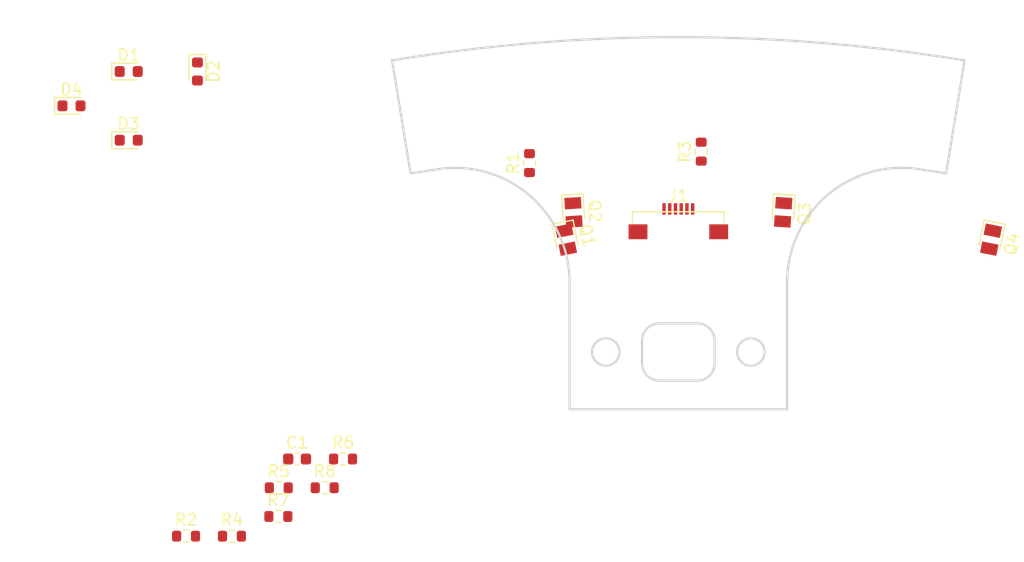
<source format=kicad_pcb>
(kicad_pcb (version 20171130) (host pcbnew "(5.1.10)-1")

  (general
    (thickness 1.6)
    (drawings 20)
    (tracks 0)
    (zones 0)
    (modules 18)
    (nets 11)
  )

  (page A4)
  (layers
    (0 F.Cu signal)
    (31 B.Cu signal)
    (32 B.Adhes user)
    (33 F.Adhes user)
    (34 B.Paste user)
    (35 F.Paste user)
    (36 B.SilkS user)
    (37 F.SilkS user)
    (38 B.Mask user)
    (39 F.Mask user)
    (40 Dwgs.User user)
    (41 Cmts.User user)
    (42 Eco1.User user)
    (43 Eco2.User user)
    (44 Edge.Cuts user)
    (45 Margin user)
    (46 B.CrtYd user)
    (47 F.CrtYd user)
    (48 B.Fab user)
    (49 F.Fab user)
  )

  (setup
    (last_trace_width 0.25)
    (trace_clearance 0.2)
    (zone_clearance 0.508)
    (zone_45_only no)
    (trace_min 0.2)
    (via_size 0.8)
    (via_drill 0.4)
    (via_min_size 0.4)
    (via_min_drill 0.3)
    (uvia_size 0.3)
    (uvia_drill 0.1)
    (uvias_allowed no)
    (uvia_min_size 0.2)
    (uvia_min_drill 0.1)
    (edge_width 0.05)
    (segment_width 0.2)
    (pcb_text_width 0.3)
    (pcb_text_size 1.5 1.5)
    (mod_edge_width 0.12)
    (mod_text_size 1 1)
    (mod_text_width 0.15)
    (pad_size 1.524 1.524)
    (pad_drill 0.762)
    (pad_to_mask_clearance 0)
    (aux_axis_origin 0 0)
    (visible_elements 7FFFFFFF)
    (pcbplotparams
      (layerselection 0x010fc_ffffffff)
      (usegerberextensions false)
      (usegerberattributes true)
      (usegerberadvancedattributes true)
      (creategerberjobfile true)
      (excludeedgelayer true)
      (linewidth 0.100000)
      (plotframeref false)
      (viasonmask false)
      (mode 1)
      (useauxorigin false)
      (hpglpennumber 1)
      (hpglpenspeed 20)
      (hpglpendiameter 15.000000)
      (psnegative false)
      (psa4output false)
      (plotreference true)
      (plotvalue true)
      (plotinvisibletext false)
      (padsonsilk false)
      (subtractmaskfromsilk false)
      (outputformat 1)
      (mirror false)
      (drillshape 1)
      (scaleselection 1)
      (outputdirectory ""))
  )

  (net 0 "")
  (net 1 +3V3)
  (net 2 GND)
  (net 3 "Net-(D1-Pad2)")
  (net 4 "Net-(D2-Pad2)")
  (net 5 "Net-(D3-Pad2)")
  (net 6 "Net-(D4-Pad2)")
  (net 7 "Net-(J1-Pad2)")
  (net 8 "Net-(J1-Pad3)")
  (net 9 "Net-(J1-Pad4)")
  (net 10 "Net-(J1-Pad5)")

  (net_class Default "This is the default net class."
    (clearance 0.2)
    (trace_width 0.25)
    (via_dia 0.8)
    (via_drill 0.4)
    (uvia_dia 0.3)
    (uvia_drill 0.1)
    (add_net +3V3)
    (add_net GND)
    (add_net "Net-(D1-Pad2)")
    (add_net "Net-(D2-Pad2)")
    (add_net "Net-(D3-Pad2)")
    (add_net "Net-(D4-Pad2)")
    (add_net "Net-(J1-Pad2)")
    (add_net "Net-(J1-Pad3)")
    (add_net "Net-(J1-Pad4)")
    (add_net "Net-(J1-Pad5)")
  )

  (module Capacitor_SMD:C_0603_1608Metric (layer F.Cu) (tedit 5F68FEEE) (tstamp 61F6FFF5)
    (at -33.294999 -118.154999)
    (descr "Capacitor SMD 0603 (1608 Metric), square (rectangular) end terminal, IPC_7351 nominal, (Body size source: IPC-SM-782 page 76, https://www.pcb-3d.com/wordpress/wp-content/uploads/ipc-sm-782a_amendment_1_and_2.pdf), generated with kicad-footprint-generator")
    (tags capacitor)
    (path /61F65727)
    (attr smd)
    (fp_text reference C1 (at 0 -1.43) (layer F.SilkS)
      (effects (font (size 1 1) (thickness 0.15)))
    )
    (fp_text value 0.1u (at 0 1.43) (layer F.Fab)
      (effects (font (size 1 1) (thickness 0.15)))
    )
    (fp_line (start 1.48 0.73) (end -1.48 0.73) (layer F.CrtYd) (width 0.05))
    (fp_line (start 1.48 -0.73) (end 1.48 0.73) (layer F.CrtYd) (width 0.05))
    (fp_line (start -1.48 -0.73) (end 1.48 -0.73) (layer F.CrtYd) (width 0.05))
    (fp_line (start -1.48 0.73) (end -1.48 -0.73) (layer F.CrtYd) (width 0.05))
    (fp_line (start -0.14058 0.51) (end 0.14058 0.51) (layer F.SilkS) (width 0.12))
    (fp_line (start -0.14058 -0.51) (end 0.14058 -0.51) (layer F.SilkS) (width 0.12))
    (fp_line (start 0.8 0.4) (end -0.8 0.4) (layer F.Fab) (width 0.1))
    (fp_line (start 0.8 -0.4) (end 0.8 0.4) (layer F.Fab) (width 0.1))
    (fp_line (start -0.8 -0.4) (end 0.8 -0.4) (layer F.Fab) (width 0.1))
    (fp_line (start -0.8 0.4) (end -0.8 -0.4) (layer F.Fab) (width 0.1))
    (fp_text user %R (at 0 0) (layer F.Fab)
      (effects (font (size 0.4 0.4) (thickness 0.06)))
    )
    (pad 1 smd roundrect (at -0.775 0) (size 0.9 0.95) (layers F.Cu F.Paste F.Mask) (roundrect_rratio 0.25)
      (net 1 +3V3))
    (pad 2 smd roundrect (at 0.775 0) (size 0.9 0.95) (layers F.Cu F.Paste F.Mask) (roundrect_rratio 0.25)
      (net 2 GND))
    (model ${KISYS3DMOD}/Capacitor_SMD.3dshapes/C_0603_1608Metric.wrl
      (at (xyz 0 0 0))
      (scale (xyz 1 1 1))
      (rotate (xyz 0 0 0))
    )
  )

  (module Diode_SMD:D_0603_1608Metric (layer F.Cu) (tedit 5F68FEF0) (tstamp 61F6FE41)
    (at -48 -152)
    (descr "Diode SMD 0603 (1608 Metric), square (rectangular) end terminal, IPC_7351 nominal, (Body size source: http://www.tortai-tech.com/upload/download/2011102023233369053.pdf), generated with kicad-footprint-generator")
    (tags diode)
    (path /61F65672)
    (attr smd)
    (fp_text reference D1 (at 0 -1.43) (layer F.SilkS)
      (effects (font (size 1 1) (thickness 0.15)))
    )
    (fp_text value SIR19-21C/TR8 (at 0 1.43) (layer F.Fab)
      (effects (font (size 1 1) (thickness 0.15)))
    )
    (fp_line (start 0.8 -0.4) (end -0.5 -0.4) (layer F.Fab) (width 0.1))
    (fp_line (start -0.5 -0.4) (end -0.8 -0.1) (layer F.Fab) (width 0.1))
    (fp_line (start -0.8 -0.1) (end -0.8 0.4) (layer F.Fab) (width 0.1))
    (fp_line (start -0.8 0.4) (end 0.8 0.4) (layer F.Fab) (width 0.1))
    (fp_line (start 0.8 0.4) (end 0.8 -0.4) (layer F.Fab) (width 0.1))
    (fp_line (start 0.8 -0.735) (end -1.485 -0.735) (layer F.SilkS) (width 0.12))
    (fp_line (start -1.485 -0.735) (end -1.485 0.735) (layer F.SilkS) (width 0.12))
    (fp_line (start -1.485 0.735) (end 0.8 0.735) (layer F.SilkS) (width 0.12))
    (fp_line (start -1.48 0.73) (end -1.48 -0.73) (layer F.CrtYd) (width 0.05))
    (fp_line (start -1.48 -0.73) (end 1.48 -0.73) (layer F.CrtYd) (width 0.05))
    (fp_line (start 1.48 -0.73) (end 1.48 0.73) (layer F.CrtYd) (width 0.05))
    (fp_line (start 1.48 0.73) (end -1.48 0.73) (layer F.CrtYd) (width 0.05))
    (fp_text user %R (at 0 0) (layer F.Fab)
      (effects (font (size 0.4 0.4) (thickness 0.06)))
    )
    (pad 2 smd roundrect (at 0.7875 0) (size 0.875 0.95) (layers F.Cu F.Paste F.Mask) (roundrect_rratio 0.25)
      (net 3 "Net-(D1-Pad2)"))
    (pad 1 smd roundrect (at -0.7875 0) (size 0.875 0.95) (layers F.Cu F.Paste F.Mask) (roundrect_rratio 0.25)
      (net 2 GND))
    (model ${KISYS3DMOD}/Diode_SMD.3dshapes/D_0603_1608Metric.wrl
      (at (xyz 0 0 0))
      (scale (xyz 1 1 1))
      (rotate (xyz 0 0 0))
    )
  )

  (module Diode_SMD:D_0603_1608Metric (layer F.Cu) (tedit 5F68FEF0) (tstamp 61F6FE0B)
    (at -42 -152 270)
    (descr "Diode SMD 0603 (1608 Metric), square (rectangular) end terminal, IPC_7351 nominal, (Body size source: http://www.tortai-tech.com/upload/download/2011102023233369053.pdf), generated with kicad-footprint-generator")
    (tags diode)
    (path /61F6569A)
    (attr smd)
    (fp_text reference D2 (at 0 -1.43 90) (layer F.SilkS)
      (effects (font (size 1 1) (thickness 0.15)))
    )
    (fp_text value SIR19-21C/TR8 (at 0 1.43 90) (layer F.Fab)
      (effects (font (size 1 1) (thickness 0.15)))
    )
    (fp_line (start 1.48 0.73) (end -1.48 0.73) (layer F.CrtYd) (width 0.05))
    (fp_line (start 1.48 -0.73) (end 1.48 0.73) (layer F.CrtYd) (width 0.05))
    (fp_line (start -1.48 -0.73) (end 1.48 -0.73) (layer F.CrtYd) (width 0.05))
    (fp_line (start -1.48 0.73) (end -1.48 -0.73) (layer F.CrtYd) (width 0.05))
    (fp_line (start -1.485 0.735) (end 0.8 0.735) (layer F.SilkS) (width 0.12))
    (fp_line (start -1.485 -0.735) (end -1.485 0.735) (layer F.SilkS) (width 0.12))
    (fp_line (start 0.8 -0.735) (end -1.485 -0.735) (layer F.SilkS) (width 0.12))
    (fp_line (start 0.8 0.4) (end 0.8 -0.4) (layer F.Fab) (width 0.1))
    (fp_line (start -0.8 0.4) (end 0.8 0.4) (layer F.Fab) (width 0.1))
    (fp_line (start -0.8 -0.1) (end -0.8 0.4) (layer F.Fab) (width 0.1))
    (fp_line (start -0.5 -0.4) (end -0.8 -0.1) (layer F.Fab) (width 0.1))
    (fp_line (start 0.8 -0.4) (end -0.5 -0.4) (layer F.Fab) (width 0.1))
    (fp_text user %R (at 0 0 90) (layer F.Fab)
      (effects (font (size 0.4 0.4) (thickness 0.06)))
    )
    (pad 1 smd roundrect (at -0.7875 0 270) (size 0.875 0.95) (layers F.Cu F.Paste F.Mask) (roundrect_rratio 0.25)
      (net 2 GND))
    (pad 2 smd roundrect (at 0.7875 0 270) (size 0.875 0.95) (layers F.Cu F.Paste F.Mask) (roundrect_rratio 0.25)
      (net 4 "Net-(D2-Pad2)"))
    (model ${KISYS3DMOD}/Diode_SMD.3dshapes/D_0603_1608Metric.wrl
      (at (xyz 0 0 0))
      (scale (xyz 1 1 1))
      (rotate (xyz 0 0 0))
    )
  )

  (module Diode_SMD:D_0603_1608Metric (layer F.Cu) (tedit 5F68FEF0) (tstamp 61F70117)
    (at -48 -146)
    (descr "Diode SMD 0603 (1608 Metric), square (rectangular) end terminal, IPC_7351 nominal, (Body size source: http://www.tortai-tech.com/upload/download/2011102023233369053.pdf), generated with kicad-footprint-generator")
    (tags diode)
    (path /61F656C2)
    (attr smd)
    (fp_text reference D3 (at 0 -1.43) (layer F.SilkS)
      (effects (font (size 1 1) (thickness 0.15)))
    )
    (fp_text value SIR19-21C/TR8 (at 0 1.43) (layer F.Fab)
      (effects (font (size 1 1) (thickness 0.15)))
    )
    (fp_line (start 0.8 -0.4) (end -0.5 -0.4) (layer F.Fab) (width 0.1))
    (fp_line (start -0.5 -0.4) (end -0.8 -0.1) (layer F.Fab) (width 0.1))
    (fp_line (start -0.8 -0.1) (end -0.8 0.4) (layer F.Fab) (width 0.1))
    (fp_line (start -0.8 0.4) (end 0.8 0.4) (layer F.Fab) (width 0.1))
    (fp_line (start 0.8 0.4) (end 0.8 -0.4) (layer F.Fab) (width 0.1))
    (fp_line (start 0.8 -0.735) (end -1.485 -0.735) (layer F.SilkS) (width 0.12))
    (fp_line (start -1.485 -0.735) (end -1.485 0.735) (layer F.SilkS) (width 0.12))
    (fp_line (start -1.485 0.735) (end 0.8 0.735) (layer F.SilkS) (width 0.12))
    (fp_line (start -1.48 0.73) (end -1.48 -0.73) (layer F.CrtYd) (width 0.05))
    (fp_line (start -1.48 -0.73) (end 1.48 -0.73) (layer F.CrtYd) (width 0.05))
    (fp_line (start 1.48 -0.73) (end 1.48 0.73) (layer F.CrtYd) (width 0.05))
    (fp_line (start 1.48 0.73) (end -1.48 0.73) (layer F.CrtYd) (width 0.05))
    (fp_text user %R (at 0 0) (layer F.Fab)
      (effects (font (size 0.4 0.4) (thickness 0.06)))
    )
    (pad 2 smd roundrect (at 0.7875 0) (size 0.875 0.95) (layers F.Cu F.Paste F.Mask) (roundrect_rratio 0.25)
      (net 5 "Net-(D3-Pad2)"))
    (pad 1 smd roundrect (at -0.7875 0) (size 0.875 0.95) (layers F.Cu F.Paste F.Mask) (roundrect_rratio 0.25)
      (net 2 GND))
    (model ${KISYS3DMOD}/Diode_SMD.3dshapes/D_0603_1608Metric.wrl
      (at (xyz 0 0 0))
      (scale (xyz 1 1 1))
      (rotate (xyz 0 0 0))
    )
  )

  (module Diode_SMD:D_0603_1608Metric (layer F.Cu) (tedit 5F68FEF0) (tstamp 61F70986)
    (at -53 -149)
    (descr "Diode SMD 0603 (1608 Metric), square (rectangular) end terminal, IPC_7351 nominal, (Body size source: http://www.tortai-tech.com/upload/download/2011102023233369053.pdf), generated with kicad-footprint-generator")
    (tags diode)
    (path /61F656EA)
    (attr smd)
    (fp_text reference D4 (at 0 -1.43) (layer F.SilkS)
      (effects (font (size 1 1) (thickness 0.15)))
    )
    (fp_text value SIR19-21C/TR8 (at 0 1.43) (layer F.Fab)
      (effects (font (size 1 1) (thickness 0.15)))
    )
    (fp_line (start 1.48 0.73) (end -1.48 0.73) (layer F.CrtYd) (width 0.05))
    (fp_line (start 1.48 -0.73) (end 1.48 0.73) (layer F.CrtYd) (width 0.05))
    (fp_line (start -1.48 -0.73) (end 1.48 -0.73) (layer F.CrtYd) (width 0.05))
    (fp_line (start -1.48 0.73) (end -1.48 -0.73) (layer F.CrtYd) (width 0.05))
    (fp_line (start -1.485 0.735) (end 0.8 0.735) (layer F.SilkS) (width 0.12))
    (fp_line (start -1.485 -0.735) (end -1.485 0.735) (layer F.SilkS) (width 0.12))
    (fp_line (start 0.8 -0.735) (end -1.485 -0.735) (layer F.SilkS) (width 0.12))
    (fp_line (start 0.8 0.4) (end 0.8 -0.4) (layer F.Fab) (width 0.1))
    (fp_line (start -0.8 0.4) (end 0.8 0.4) (layer F.Fab) (width 0.1))
    (fp_line (start -0.8 -0.1) (end -0.8 0.4) (layer F.Fab) (width 0.1))
    (fp_line (start -0.5 -0.4) (end -0.8 -0.1) (layer F.Fab) (width 0.1))
    (fp_line (start 0.8 -0.4) (end -0.5 -0.4) (layer F.Fab) (width 0.1))
    (fp_text user %R (at 0 0) (layer F.Fab)
      (effects (font (size 0.4 0.4) (thickness 0.06)))
    )
    (pad 1 smd roundrect (at -0.7875 0) (size 0.875 0.95) (layers F.Cu F.Paste F.Mask) (roundrect_rratio 0.25)
      (net 2 GND))
    (pad 2 smd roundrect (at 0.7875 0) (size 0.875 0.95) (layers F.Cu F.Paste F.Mask) (roundrect_rratio 0.25)
      (net 6 "Net-(D4-Pad2)"))
    (model ${KISYS3DMOD}/Diode_SMD.3dshapes/D_0603_1608Metric.wrl
      (at (xyz 0 0 0))
      (scale (xyz 1 1 1))
      (rotate (xyz 0 0 0))
    )
  )

  (module FFC:Molex_0545480671_01x06_P0.5mm (layer F.Cu) (tedit 61F598DA) (tstamp 61F70047)
    (at 0 -138)
    (path /61F6570C)
    (attr smd)
    (fp_text reference J1 (at 0 -3.16667) (layer F.SilkS)
      (effects (font (size 1 1) (thickness 0.15)))
    )
    (fp_text value FFC6 (at 0 1.583335) (layer F.Fab)
      (effects (font (size 1 1) (thickness 0.15)))
    )
    (fp_line (start -4 -1.75) (end -4 -0.75) (layer F.SilkS) (width 0.12))
    (fp_line (start 4 -1.75) (end -4 -1.75) (layer F.SilkS) (width 0.12))
    (fp_line (start 4 -0.75) (end 4 -1.75) (layer F.SilkS) (width 0.12))
    (pad MP smd rect (at -3.525 0) (size 1.65 1.3) (layers F.Cu F.Paste F.Mask))
    (pad MP smd rect (at 3.525 0) (size 1.65 1.3) (layers F.Cu F.Paste F.Mask))
    (pad 1 smd rect (at -1.25 -2 90) (size 1 0.3) (layers F.Cu F.Paste F.Mask)
      (net 2 GND))
    (pad 2 smd rect (at -0.75 -2 90) (size 1 0.3) (layers F.Cu F.Paste F.Mask)
      (net 7 "Net-(J1-Pad2)"))
    (pad 3 smd rect (at -0.25 -2 90) (size 1 0.3) (layers F.Cu F.Paste F.Mask)
      (net 8 "Net-(J1-Pad3)"))
    (pad 4 smd rect (at 0.25 -2 90) (size 1 0.3) (layers F.Cu F.Paste F.Mask)
      (net 9 "Net-(J1-Pad4)"))
    (pad 5 smd rect (at 0.75 -2 90) (size 1 0.3) (layers F.Cu F.Paste F.Mask)
      (net 10 "Net-(J1-Pad5)"))
    (pad 6 smd rect (at 1.25 -2 90) (size 1 0.3) (layers F.Cu F.Paste F.Mask)
      (net 1 +3V3))
  )

  (module TEMT7100X01:TEMT7100X01 (layer F.Cu) (tedit 61E142E7) (tstamp 61F70021)
    (at -9.81 -137.31 101.2)
    (path /61F6566C)
    (attr smd)
    (fp_text reference Q1 (at 0 1.875 101.2) (layer F.SilkS)
      (effects (font (size 1 1) (thickness 0.15)))
    )
    (fp_text value TEMT7100X01 (at 0 -1.875 101.2) (layer F.Fab)
      (effects (font (size 1 1) (thickness 0.15)))
    )
    (fp_line (start 1.5625 0.9375) (end -0.625 0.9375) (layer F.SilkS) (width 0.12))
    (fp_line (start 1.5625 -0.9375) (end 1.5625 0.9375) (layer F.SilkS) (width 0.12))
    (fp_line (start -0.625 -0.9375) (end 1.5625 -0.9375) (layer F.SilkS) (width 0.12))
    (fp_line (start -0.82 -0.625) (end -0.82 0.625) (layer F.CrtYd) (width 0.12))
    (fp_line (start -0.82 0.625) (end 0.82 0.625) (layer F.CrtYd) (width 0.12))
    (fp_line (start 0.82 0.625) (end 0.82 -0.625) (layer F.CrtYd) (width 0.12))
    (fp_line (start 0.82 -0.625) (end -0.82 -0.625) (layer F.CrtYd) (width 0.12))
    (pad 2 smd rect (at 0.8 0 101.2) (size 1 1.45) (layers F.Cu F.Paste F.Mask)
      (net 2 GND))
    (pad 1 smd rect (at -0.8 0 101.2) (size 1 1.45) (layers F.Cu F.Paste F.Mask)
      (net 7 "Net-(J1-Pad2)"))
    (model ${GITLOCAL}/module/packages3d/TEMT7100X01.3dshapes/TEMT7100X01.step
      (at (xyz 0 0 0))
      (scale (xyz 1 1 1))
      (rotate (xyz 0 0 0))
    )
  )

  (module TEMT7100X01:TEMT7100X01 (layer F.Cu) (tedit 61E142E7) (tstamp 61F700B7)
    (at -9.156 -139.7 93.7)
    (path /61F65694)
    (attr smd)
    (fp_text reference Q2 (at 0 1.875 93.7) (layer F.SilkS)
      (effects (font (size 1 1) (thickness 0.15)))
    )
    (fp_text value TEMT7100X01 (at 0 -1.875 93.7) (layer F.Fab)
      (effects (font (size 1 1) (thickness 0.15)))
    )
    (fp_line (start 0.82 -0.625) (end -0.82 -0.625) (layer F.CrtYd) (width 0.12))
    (fp_line (start 0.82 0.625) (end 0.82 -0.625) (layer F.CrtYd) (width 0.12))
    (fp_line (start -0.82 0.625) (end 0.82 0.625) (layer F.CrtYd) (width 0.12))
    (fp_line (start -0.82 -0.625) (end -0.82 0.625) (layer F.CrtYd) (width 0.12))
    (fp_line (start -0.625 -0.9375) (end 1.5625 -0.9375) (layer F.SilkS) (width 0.12))
    (fp_line (start 1.5625 -0.9375) (end 1.5625 0.9375) (layer F.SilkS) (width 0.12))
    (fp_line (start 1.5625 0.9375) (end -0.625 0.9375) (layer F.SilkS) (width 0.12))
    (pad 1 smd rect (at -0.8 0 93.7) (size 1 1.45) (layers F.Cu F.Paste F.Mask)
      (net 8 "Net-(J1-Pad3)"))
    (pad 2 smd rect (at 0.8 0 93.7) (size 1 1.45) (layers F.Cu F.Paste F.Mask)
      (net 2 GND))
    (model ${GITLOCAL}/module/packages3d/TEMT7100X01.3dshapes/TEMT7100X01.step
      (at (xyz 0 0 0))
      (scale (xyz 1 1 1))
      (rotate (xyz 0 0 0))
    )
  )

  (module TEMT7100X01:TEMT7100X01 (layer F.Cu) (tedit 61E142E7) (tstamp 61F70093)
    (at 9.156 -139.7 86.2)
    (path /61F656BC)
    (attr smd)
    (fp_text reference Q3 (at 0 1.875 86.2) (layer F.SilkS)
      (effects (font (size 1 1) (thickness 0.15)))
    )
    (fp_text value TEMT7100X01 (at 0 -1.875 86.2) (layer F.Fab)
      (effects (font (size 1 1) (thickness 0.15)))
    )
    (fp_line (start 1.5625 0.9375) (end -0.625 0.9375) (layer F.SilkS) (width 0.12))
    (fp_line (start 1.5625 -0.9375) (end 1.5625 0.9375) (layer F.SilkS) (width 0.12))
    (fp_line (start -0.625 -0.9375) (end 1.5625 -0.9375) (layer F.SilkS) (width 0.12))
    (fp_line (start -0.82 -0.625) (end -0.82 0.625) (layer F.CrtYd) (width 0.12))
    (fp_line (start -0.82 0.625) (end 0.82 0.625) (layer F.CrtYd) (width 0.12))
    (fp_line (start 0.82 0.625) (end 0.82 -0.625) (layer F.CrtYd) (width 0.12))
    (fp_line (start 0.82 -0.625) (end -0.82 -0.625) (layer F.CrtYd) (width 0.12))
    (pad 2 smd rect (at 0.8 0 86.2) (size 1 1.45) (layers F.Cu F.Paste F.Mask)
      (net 2 GND))
    (pad 1 smd rect (at -0.8 0 86.2) (size 1 1.45) (layers F.Cu F.Paste F.Mask)
      (net 9 "Net-(J1-Pad4)"))
    (model ${GITLOCAL}/module/packages3d/TEMT7100X01.3dshapes/TEMT7100X01.step
      (at (xyz 0 0 0))
      (scale (xyz 1 1 1))
      (rotate (xyz 0 0 0))
    )
  )

  (module TEMT7100X01:TEMT7100X01 (layer F.Cu) (tedit 61E142E7) (tstamp 61F7006F)
    (at 27.313 -137.31 78.7)
    (path /61F656E4)
    (attr smd)
    (fp_text reference Q4 (at 0 1.875 78.7) (layer F.SilkS)
      (effects (font (size 1 1) (thickness 0.15)))
    )
    (fp_text value TEMT7100X01 (at 0 -1.875 78.7) (layer F.Fab)
      (effects (font (size 1 1) (thickness 0.15)))
    )
    (fp_line (start 0.82 -0.625) (end -0.82 -0.625) (layer F.CrtYd) (width 0.12))
    (fp_line (start 0.82 0.625) (end 0.82 -0.625) (layer F.CrtYd) (width 0.12))
    (fp_line (start -0.82 0.625) (end 0.82 0.625) (layer F.CrtYd) (width 0.12))
    (fp_line (start -0.82 -0.625) (end -0.82 0.625) (layer F.CrtYd) (width 0.12))
    (fp_line (start -0.625 -0.9375) (end 1.5625 -0.9375) (layer F.SilkS) (width 0.12))
    (fp_line (start 1.5625 -0.9375) (end 1.5625 0.9375) (layer F.SilkS) (width 0.12))
    (fp_line (start 1.5625 0.9375) (end -0.625 0.9375) (layer F.SilkS) (width 0.12))
    (pad 1 smd rect (at -0.8 0 78.7) (size 1 1.45) (layers F.Cu F.Paste F.Mask)
      (net 10 "Net-(J1-Pad5)"))
    (pad 2 smd rect (at 0.8 0 78.7) (size 1 1.45) (layers F.Cu F.Paste F.Mask)
      (net 2 GND))
    (model ${GITLOCAL}/module/packages3d/TEMT7100X01.3dshapes/TEMT7100X01.step
      (at (xyz 0 0 0))
      (scale (xyz 1 1 1))
      (rotate (xyz 0 0 0))
    )
  )

  (module Resistor_SMD:R_0603_1608Metric (layer F.Cu) (tedit 5F68FEEE) (tstamp 61F6FF05)
    (at -13 -144 90)
    (descr "Resistor SMD 0603 (1608 Metric), square (rectangular) end terminal, IPC_7351 nominal, (Body size source: IPC-SM-782 page 72, https://www.pcb-3d.com/wordpress/wp-content/uploads/ipc-sm-782a_amendment_1_and_2.pdf), generated with kicad-footprint-generator")
    (tags resistor)
    (path /61F6573B)
    (attr smd)
    (fp_text reference R1 (at 0 -1.43 90) (layer F.SilkS)
      (effects (font (size 1 1) (thickness 0.15)))
    )
    (fp_text value 10k (at 0 1.43 90) (layer F.Fab)
      (effects (font (size 1 1) (thickness 0.15)))
    )
    (fp_line (start -0.8 0.4125) (end -0.8 -0.4125) (layer F.Fab) (width 0.1))
    (fp_line (start -0.8 -0.4125) (end 0.8 -0.4125) (layer F.Fab) (width 0.1))
    (fp_line (start 0.8 -0.4125) (end 0.8 0.4125) (layer F.Fab) (width 0.1))
    (fp_line (start 0.8 0.4125) (end -0.8 0.4125) (layer F.Fab) (width 0.1))
    (fp_line (start -0.237258 -0.5225) (end 0.237258 -0.5225) (layer F.SilkS) (width 0.12))
    (fp_line (start -0.237258 0.5225) (end 0.237258 0.5225) (layer F.SilkS) (width 0.12))
    (fp_line (start -1.48 0.73) (end -1.48 -0.73) (layer F.CrtYd) (width 0.05))
    (fp_line (start -1.48 -0.73) (end 1.48 -0.73) (layer F.CrtYd) (width 0.05))
    (fp_line (start 1.48 -0.73) (end 1.48 0.73) (layer F.CrtYd) (width 0.05))
    (fp_line (start 1.48 0.73) (end -1.48 0.73) (layer F.CrtYd) (width 0.05))
    (fp_text user %R (at 0 0 90) (layer F.Fab)
      (effects (font (size 0.4 0.4) (thickness 0.06)))
    )
    (pad 2 smd roundrect (at 0.825 0 90) (size 0.8 0.95) (layers F.Cu F.Paste F.Mask) (roundrect_rratio 0.25)
      (net 7 "Net-(J1-Pad2)"))
    (pad 1 smd roundrect (at -0.825 0 90) (size 0.8 0.95) (layers F.Cu F.Paste F.Mask) (roundrect_rratio 0.25)
      (net 1 +3V3))
    (model ${KISYS3DMOD}/Resistor_SMD.3dshapes/R_0603_1608Metric.wrl
      (at (xyz 0 0 0))
      (scale (xyz 1 1 1))
      (rotate (xyz 0 0 0))
    )
  )

  (module Resistor_SMD:R_0603_1608Metric (layer F.Cu) (tedit 5F68FEEE) (tstamp 61F6FED5)
    (at -42.994999 -111.414999)
    (descr "Resistor SMD 0603 (1608 Metric), square (rectangular) end terminal, IPC_7351 nominal, (Body size source: IPC-SM-782 page 72, https://www.pcb-3d.com/wordpress/wp-content/uploads/ipc-sm-782a_amendment_1_and_2.pdf), generated with kicad-footprint-generator")
    (tags resistor)
    (path /61F6574A)
    (attr smd)
    (fp_text reference R2 (at 0 -1.43) (layer F.SilkS)
      (effects (font (size 1 1) (thickness 0.15)))
    )
    (fp_text value 10k (at 0 1.43) (layer F.Fab)
      (effects (font (size 1 1) (thickness 0.15)))
    )
    (fp_line (start 1.48 0.73) (end -1.48 0.73) (layer F.CrtYd) (width 0.05))
    (fp_line (start 1.48 -0.73) (end 1.48 0.73) (layer F.CrtYd) (width 0.05))
    (fp_line (start -1.48 -0.73) (end 1.48 -0.73) (layer F.CrtYd) (width 0.05))
    (fp_line (start -1.48 0.73) (end -1.48 -0.73) (layer F.CrtYd) (width 0.05))
    (fp_line (start -0.237258 0.5225) (end 0.237258 0.5225) (layer F.SilkS) (width 0.12))
    (fp_line (start -0.237258 -0.5225) (end 0.237258 -0.5225) (layer F.SilkS) (width 0.12))
    (fp_line (start 0.8 0.4125) (end -0.8 0.4125) (layer F.Fab) (width 0.1))
    (fp_line (start 0.8 -0.4125) (end 0.8 0.4125) (layer F.Fab) (width 0.1))
    (fp_line (start -0.8 -0.4125) (end 0.8 -0.4125) (layer F.Fab) (width 0.1))
    (fp_line (start -0.8 0.4125) (end -0.8 -0.4125) (layer F.Fab) (width 0.1))
    (fp_text user %R (at 0 0) (layer F.Fab)
      (effects (font (size 0.4 0.4) (thickness 0.06)))
    )
    (pad 1 smd roundrect (at -0.825 0) (size 0.8 0.95) (layers F.Cu F.Paste F.Mask) (roundrect_rratio 0.25)
      (net 1 +3V3))
    (pad 2 smd roundrect (at 0.825 0) (size 0.8 0.95) (layers F.Cu F.Paste F.Mask) (roundrect_rratio 0.25)
      (net 8 "Net-(J1-Pad3)"))
    (model ${KISYS3DMOD}/Resistor_SMD.3dshapes/R_0603_1608Metric.wrl
      (at (xyz 0 0 0))
      (scale (xyz 1 1 1))
      (rotate (xyz 0 0 0))
    )
  )

  (module Resistor_SMD:R_0603_1608Metric (layer F.Cu) (tedit 5F68FEEE) (tstamp 61F70A2C)
    (at 2 -145 90)
    (descr "Resistor SMD 0603 (1608 Metric), square (rectangular) end terminal, IPC_7351 nominal, (Body size source: IPC-SM-782 page 72, https://www.pcb-3d.com/wordpress/wp-content/uploads/ipc-sm-782a_amendment_1_and_2.pdf), generated with kicad-footprint-generator")
    (tags resistor)
    (path /61F65757)
    (attr smd)
    (fp_text reference R3 (at 0 -1.43 90) (layer F.SilkS)
      (effects (font (size 1 1) (thickness 0.15)))
    )
    (fp_text value 10k (at 0 1.43 90) (layer F.Fab)
      (effects (font (size 1 1) (thickness 0.15)))
    )
    (fp_line (start -0.8 0.4125) (end -0.8 -0.4125) (layer F.Fab) (width 0.1))
    (fp_line (start -0.8 -0.4125) (end 0.8 -0.4125) (layer F.Fab) (width 0.1))
    (fp_line (start 0.8 -0.4125) (end 0.8 0.4125) (layer F.Fab) (width 0.1))
    (fp_line (start 0.8 0.4125) (end -0.8 0.4125) (layer F.Fab) (width 0.1))
    (fp_line (start -0.237258 -0.5225) (end 0.237258 -0.5225) (layer F.SilkS) (width 0.12))
    (fp_line (start -0.237258 0.5225) (end 0.237258 0.5225) (layer F.SilkS) (width 0.12))
    (fp_line (start -1.48 0.73) (end -1.48 -0.73) (layer F.CrtYd) (width 0.05))
    (fp_line (start -1.48 -0.73) (end 1.48 -0.73) (layer F.CrtYd) (width 0.05))
    (fp_line (start 1.48 -0.73) (end 1.48 0.73) (layer F.CrtYd) (width 0.05))
    (fp_line (start 1.48 0.73) (end -1.48 0.73) (layer F.CrtYd) (width 0.05))
    (fp_text user %R (at 0 0 90) (layer F.Fab)
      (effects (font (size 0.4 0.4) (thickness 0.06)))
    )
    (pad 2 smd roundrect (at 0.825 0 90) (size 0.8 0.95) (layers F.Cu F.Paste F.Mask) (roundrect_rratio 0.25)
      (net 9 "Net-(J1-Pad4)"))
    (pad 1 smd roundrect (at -0.825 0 90) (size 0.8 0.95) (layers F.Cu F.Paste F.Mask) (roundrect_rratio 0.25)
      (net 1 +3V3))
    (model ${KISYS3DMOD}/Resistor_SMD.3dshapes/R_0603_1608Metric.wrl
      (at (xyz 0 0 0))
      (scale (xyz 1 1 1))
      (rotate (xyz 0 0 0))
    )
  )

  (module Resistor_SMD:R_0603_1608Metric (layer F.Cu) (tedit 5F68FEEE) (tstamp 61F6FF35)
    (at -38.984999 -111.414999)
    (descr "Resistor SMD 0603 (1608 Metric), square (rectangular) end terminal, IPC_7351 nominal, (Body size source: IPC-SM-782 page 72, https://www.pcb-3d.com/wordpress/wp-content/uploads/ipc-sm-782a_amendment_1_and_2.pdf), generated with kicad-footprint-generator")
    (tags resistor)
    (path /61F65764)
    (attr smd)
    (fp_text reference R4 (at 0 -1.43) (layer F.SilkS)
      (effects (font (size 1 1) (thickness 0.15)))
    )
    (fp_text value 10k (at 0 1.43) (layer F.Fab)
      (effects (font (size 1 1) (thickness 0.15)))
    )
    (fp_line (start 1.48 0.73) (end -1.48 0.73) (layer F.CrtYd) (width 0.05))
    (fp_line (start 1.48 -0.73) (end 1.48 0.73) (layer F.CrtYd) (width 0.05))
    (fp_line (start -1.48 -0.73) (end 1.48 -0.73) (layer F.CrtYd) (width 0.05))
    (fp_line (start -1.48 0.73) (end -1.48 -0.73) (layer F.CrtYd) (width 0.05))
    (fp_line (start -0.237258 0.5225) (end 0.237258 0.5225) (layer F.SilkS) (width 0.12))
    (fp_line (start -0.237258 -0.5225) (end 0.237258 -0.5225) (layer F.SilkS) (width 0.12))
    (fp_line (start 0.8 0.4125) (end -0.8 0.4125) (layer F.Fab) (width 0.1))
    (fp_line (start 0.8 -0.4125) (end 0.8 0.4125) (layer F.Fab) (width 0.1))
    (fp_line (start -0.8 -0.4125) (end 0.8 -0.4125) (layer F.Fab) (width 0.1))
    (fp_line (start -0.8 0.4125) (end -0.8 -0.4125) (layer F.Fab) (width 0.1))
    (fp_text user %R (at 0 0) (layer F.Fab)
      (effects (font (size 0.4 0.4) (thickness 0.06)))
    )
    (pad 1 smd roundrect (at -0.825 0) (size 0.8 0.95) (layers F.Cu F.Paste F.Mask) (roundrect_rratio 0.25)
      (net 1 +3V3))
    (pad 2 smd roundrect (at 0.825 0) (size 0.8 0.95) (layers F.Cu F.Paste F.Mask) (roundrect_rratio 0.25)
      (net 10 "Net-(J1-Pad5)"))
    (model ${KISYS3DMOD}/Resistor_SMD.3dshapes/R_0603_1608Metric.wrl
      (at (xyz 0 0 0))
      (scale (xyz 1 1 1))
      (rotate (xyz 0 0 0))
    )
  )

  (module Resistor_SMD:R_0603_1608Metric (layer F.Cu) (tedit 5F68FEEE) (tstamp 61F6FE75)
    (at -34.894999 -115.644999)
    (descr "Resistor SMD 0603 (1608 Metric), square (rectangular) end terminal, IPC_7351 nominal, (Body size source: IPC-SM-782 page 72, https://www.pcb-3d.com/wordpress/wp-content/uploads/ipc-sm-782a_amendment_1_and_2.pdf), generated with kicad-footprint-generator")
    (tags resistor)
    (path /61F6567E)
    (attr smd)
    (fp_text reference R5 (at 0 -1.43) (layer F.SilkS)
      (effects (font (size 1 1) (thickness 0.15)))
    )
    (fp_text value 100 (at 0 1.43) (layer F.Fab)
      (effects (font (size 1 1) (thickness 0.15)))
    )
    (fp_line (start -0.8 0.4125) (end -0.8 -0.4125) (layer F.Fab) (width 0.1))
    (fp_line (start -0.8 -0.4125) (end 0.8 -0.4125) (layer F.Fab) (width 0.1))
    (fp_line (start 0.8 -0.4125) (end 0.8 0.4125) (layer F.Fab) (width 0.1))
    (fp_line (start 0.8 0.4125) (end -0.8 0.4125) (layer F.Fab) (width 0.1))
    (fp_line (start -0.237258 -0.5225) (end 0.237258 -0.5225) (layer F.SilkS) (width 0.12))
    (fp_line (start -0.237258 0.5225) (end 0.237258 0.5225) (layer F.SilkS) (width 0.12))
    (fp_line (start -1.48 0.73) (end -1.48 -0.73) (layer F.CrtYd) (width 0.05))
    (fp_line (start -1.48 -0.73) (end 1.48 -0.73) (layer F.CrtYd) (width 0.05))
    (fp_line (start 1.48 -0.73) (end 1.48 0.73) (layer F.CrtYd) (width 0.05))
    (fp_line (start 1.48 0.73) (end -1.48 0.73) (layer F.CrtYd) (width 0.05))
    (fp_text user %R (at 0 0) (layer F.Fab)
      (effects (font (size 0.4 0.4) (thickness 0.06)))
    )
    (pad 2 smd roundrect (at 0.825 0) (size 0.8 0.95) (layers F.Cu F.Paste F.Mask) (roundrect_rratio 0.25)
      (net 3 "Net-(D1-Pad2)"))
    (pad 1 smd roundrect (at -0.825 0) (size 0.8 0.95) (layers F.Cu F.Paste F.Mask) (roundrect_rratio 0.25)
      (net 1 +3V3))
    (model ${KISYS3DMOD}/Resistor_SMD.3dshapes/R_0603_1608Metric.wrl
      (at (xyz 0 0 0))
      (scale (xyz 1 1 1))
      (rotate (xyz 0 0 0))
    )
  )

  (module Resistor_SMD:R_0603_1608Metric (layer F.Cu) (tedit 5F68FEEE) (tstamp 61F6FEA5)
    (at -29.284999 -118.154999)
    (descr "Resistor SMD 0603 (1608 Metric), square (rectangular) end terminal, IPC_7351 nominal, (Body size source: IPC-SM-782 page 72, https://www.pcb-3d.com/wordpress/wp-content/uploads/ipc-sm-782a_amendment_1_and_2.pdf), generated with kicad-footprint-generator")
    (tags resistor)
    (path /61F656A6)
    (attr smd)
    (fp_text reference R6 (at 0 -1.43) (layer F.SilkS)
      (effects (font (size 1 1) (thickness 0.15)))
    )
    (fp_text value 100 (at 0 1.43) (layer F.Fab)
      (effects (font (size 1 1) (thickness 0.15)))
    )
    (fp_line (start 1.48 0.73) (end -1.48 0.73) (layer F.CrtYd) (width 0.05))
    (fp_line (start 1.48 -0.73) (end 1.48 0.73) (layer F.CrtYd) (width 0.05))
    (fp_line (start -1.48 -0.73) (end 1.48 -0.73) (layer F.CrtYd) (width 0.05))
    (fp_line (start -1.48 0.73) (end -1.48 -0.73) (layer F.CrtYd) (width 0.05))
    (fp_line (start -0.237258 0.5225) (end 0.237258 0.5225) (layer F.SilkS) (width 0.12))
    (fp_line (start -0.237258 -0.5225) (end 0.237258 -0.5225) (layer F.SilkS) (width 0.12))
    (fp_line (start 0.8 0.4125) (end -0.8 0.4125) (layer F.Fab) (width 0.1))
    (fp_line (start 0.8 -0.4125) (end 0.8 0.4125) (layer F.Fab) (width 0.1))
    (fp_line (start -0.8 -0.4125) (end 0.8 -0.4125) (layer F.Fab) (width 0.1))
    (fp_line (start -0.8 0.4125) (end -0.8 -0.4125) (layer F.Fab) (width 0.1))
    (fp_text user %R (at 0 0) (layer F.Fab)
      (effects (font (size 0.4 0.4) (thickness 0.06)))
    )
    (pad 1 smd roundrect (at -0.825 0) (size 0.8 0.95) (layers F.Cu F.Paste F.Mask) (roundrect_rratio 0.25)
      (net 1 +3V3))
    (pad 2 smd roundrect (at 0.825 0) (size 0.8 0.95) (layers F.Cu F.Paste F.Mask) (roundrect_rratio 0.25)
      (net 4 "Net-(D2-Pad2)"))
    (model ${KISYS3DMOD}/Resistor_SMD.3dshapes/R_0603_1608Metric.wrl
      (at (xyz 0 0 0))
      (scale (xyz 1 1 1))
      (rotate (xyz 0 0 0))
    )
  )

  (module Resistor_SMD:R_0603_1608Metric (layer F.Cu) (tedit 5F68FEEE) (tstamp 61F6FF65)
    (at -34.934999 -113.134999)
    (descr "Resistor SMD 0603 (1608 Metric), square (rectangular) end terminal, IPC_7351 nominal, (Body size source: IPC-SM-782 page 72, https://www.pcb-3d.com/wordpress/wp-content/uploads/ipc-sm-782a_amendment_1_and_2.pdf), generated with kicad-footprint-generator")
    (tags resistor)
    (path /61F656CE)
    (attr smd)
    (fp_text reference R7 (at 0 -1.43) (layer F.SilkS)
      (effects (font (size 1 1) (thickness 0.15)))
    )
    (fp_text value 100 (at 0 1.43) (layer F.Fab)
      (effects (font (size 1 1) (thickness 0.15)))
    )
    (fp_line (start -0.8 0.4125) (end -0.8 -0.4125) (layer F.Fab) (width 0.1))
    (fp_line (start -0.8 -0.4125) (end 0.8 -0.4125) (layer F.Fab) (width 0.1))
    (fp_line (start 0.8 -0.4125) (end 0.8 0.4125) (layer F.Fab) (width 0.1))
    (fp_line (start 0.8 0.4125) (end -0.8 0.4125) (layer F.Fab) (width 0.1))
    (fp_line (start -0.237258 -0.5225) (end 0.237258 -0.5225) (layer F.SilkS) (width 0.12))
    (fp_line (start -0.237258 0.5225) (end 0.237258 0.5225) (layer F.SilkS) (width 0.12))
    (fp_line (start -1.48 0.73) (end -1.48 -0.73) (layer F.CrtYd) (width 0.05))
    (fp_line (start -1.48 -0.73) (end 1.48 -0.73) (layer F.CrtYd) (width 0.05))
    (fp_line (start 1.48 -0.73) (end 1.48 0.73) (layer F.CrtYd) (width 0.05))
    (fp_line (start 1.48 0.73) (end -1.48 0.73) (layer F.CrtYd) (width 0.05))
    (fp_text user %R (at 0 0) (layer F.Fab)
      (effects (font (size 0.4 0.4) (thickness 0.06)))
    )
    (pad 2 smd roundrect (at 0.825 0) (size 0.8 0.95) (layers F.Cu F.Paste F.Mask) (roundrect_rratio 0.25)
      (net 5 "Net-(D3-Pad2)"))
    (pad 1 smd roundrect (at -0.825 0) (size 0.8 0.95) (layers F.Cu F.Paste F.Mask) (roundrect_rratio 0.25)
      (net 1 +3V3))
    (model ${KISYS3DMOD}/Resistor_SMD.3dshapes/R_0603_1608Metric.wrl
      (at (xyz 0 0 0))
      (scale (xyz 1 1 1))
      (rotate (xyz 0 0 0))
    )
  )

  (module Resistor_SMD:R_0603_1608Metric (layer F.Cu) (tedit 5F68FEEE) (tstamp 61F6FF95)
    (at -30.884999 -115.644999)
    (descr "Resistor SMD 0603 (1608 Metric), square (rectangular) end terminal, IPC_7351 nominal, (Body size source: IPC-SM-782 page 72, https://www.pcb-3d.com/wordpress/wp-content/uploads/ipc-sm-782a_amendment_1_and_2.pdf), generated with kicad-footprint-generator")
    (tags resistor)
    (path /61F656F6)
    (attr smd)
    (fp_text reference R8 (at 0 -1.43) (layer F.SilkS)
      (effects (font (size 1 1) (thickness 0.15)))
    )
    (fp_text value 100 (at 0 1.43) (layer F.Fab)
      (effects (font (size 1 1) (thickness 0.15)))
    )
    (fp_line (start 1.48 0.73) (end -1.48 0.73) (layer F.CrtYd) (width 0.05))
    (fp_line (start 1.48 -0.73) (end 1.48 0.73) (layer F.CrtYd) (width 0.05))
    (fp_line (start -1.48 -0.73) (end 1.48 -0.73) (layer F.CrtYd) (width 0.05))
    (fp_line (start -1.48 0.73) (end -1.48 -0.73) (layer F.CrtYd) (width 0.05))
    (fp_line (start -0.237258 0.5225) (end 0.237258 0.5225) (layer F.SilkS) (width 0.12))
    (fp_line (start -0.237258 -0.5225) (end 0.237258 -0.5225) (layer F.SilkS) (width 0.12))
    (fp_line (start 0.8 0.4125) (end -0.8 0.4125) (layer F.Fab) (width 0.1))
    (fp_line (start 0.8 -0.4125) (end 0.8 0.4125) (layer F.Fab) (width 0.1))
    (fp_line (start -0.8 -0.4125) (end 0.8 -0.4125) (layer F.Fab) (width 0.1))
    (fp_line (start -0.8 0.4125) (end -0.8 -0.4125) (layer F.Fab) (width 0.1))
    (fp_text user %R (at 0 0) (layer F.Fab)
      (effects (font (size 0.4 0.4) (thickness 0.06)))
    )
    (pad 1 smd roundrect (at -0.825 0) (size 0.8 0.95) (layers F.Cu F.Paste F.Mask) (roundrect_rratio 0.25)
      (net 1 +3V3))
    (pad 2 smd roundrect (at 0.825 0) (size 0.8 0.95) (layers F.Cu F.Paste F.Mask) (roundrect_rratio 0.25)
      (net 6 "Net-(D4-Pad2)"))
    (model ${KISYS3DMOD}/Resistor_SMD.3dshapes/R_0603_1608Metric.wrl
      (at (xyz 0 0 0))
      (scale (xyz 1 1 1))
      (rotate (xyz 0 0 0))
    )
  )

  (gr_circle (center -6.333333 -127.5) (end -5.133333 -127.5) (layer Edge.Cuts) (width 0.2))
  (gr_circle (center 6.333333 -127.5) (end 7.533333 -127.5) (layer Edge.Cuts) (width 0.2))
  (gr_arc (start 1.666666 -126.5) (end 1.666666 -125) (angle -90) (layer Edge.Cuts) (width 0.2))
  (gr_line (start 3.166666 -128.5) (end 3.166666 -126.5) (layer Edge.Cuts) (width 0.2))
  (gr_arc (start 1.666666 -128.5) (end 3.166666 -128.5) (angle -90) (layer Edge.Cuts) (width 0.2))
  (gr_line (start -1.666666 -130) (end 1.666666 -130) (layer Edge.Cuts) (width 0.2))
  (gr_arc (start -1.666666 -128.5) (end -1.666666 -130) (angle -90) (layer Edge.Cuts) (width 0.2))
  (gr_line (start -3.166666 -126.5) (end -3.166666 -128.5) (layer Edge.Cuts) (width 0.2))
  (gr_arc (start -1.666666 -126.5) (end -3.166666 -126.5) (angle -90) (layer Edge.Cuts) (width 0.2))
  (gr_line (start 1.666666 -125) (end -1.666666 -125) (layer Edge.Cuts) (width 0.2))
  (gr_line (start -9.5 -122.5) (end 9.499999 -122.5) (layer Edge.Cuts) (width 0.2))
  (gr_line (start -9.5 -133.584243) (end -9.5 -122.5) (layer Edge.Cuts) (width 0.2))
  (gr_arc (start -19.5 -133.584243) (end -9.5 -133.584243) (angle -98.30510953) (layer Edge.Cuts) (width 0.2))
  (gr_line (start -23.387096 -143.101515) (end -20.944444 -143.479372) (layer Edge.Cuts) (width 0.2))
  (gr_line (start -25 -152.970585) (end -23.387096 -143.101515) (layer Edge.Cuts) (width 0.2))
  (gr_arc (start 0 0) (end 24.999999 -152.970585) (angle -18.56359817) (layer Edge.Cuts) (width 0.2))
  (gr_line (start 23.387096 -143.101515) (end 24.999999 -152.970585) (layer Edge.Cuts) (width 0.2))
  (gr_line (start 20.944444 -143.479372) (end 23.387096 -143.101515) (layer Edge.Cuts) (width 0.2))
  (gr_arc (start 19.5 -133.584243) (end 20.944444 -143.479372) (angle -98.30510953) (layer Edge.Cuts) (width 0.2))
  (gr_line (start 9.499999 -122.5) (end 9.499999 -133.584243) (layer Edge.Cuts) (width 0.2))

)

</source>
